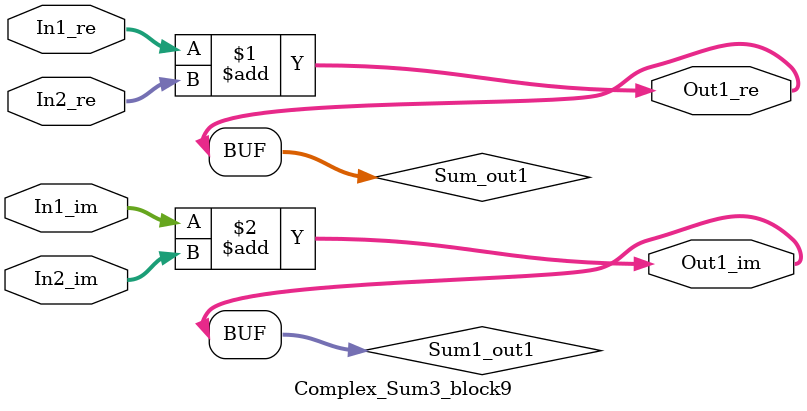
<source format=v>



`timescale 1 ns / 1 ns

module Complex_Sum3_block9
          (In1_re,
           In1_im,
           In2_re,
           In2_im,
           Out1_re,
           Out1_im);


  input   signed [36:0] In1_re;  // sfix37_En22
  input   signed [36:0] In1_im;  // sfix37_En22
  input   signed [36:0] In2_re;  // sfix37_En22
  input   signed [36:0] In2_im;  // sfix37_En22
  output  signed [36:0] Out1_re;  // sfix37_En22
  output  signed [36:0] Out1_im;  // sfix37_En22


  wire signed [36:0] Sum_out1;  // sfix37_En22
  wire signed [36:0] Sum1_out1;  // sfix37_En22


  assign Sum_out1 = In1_re + In2_re;



  assign Out1_re = Sum_out1;

  assign Sum1_out1 = In1_im + In2_im;



  assign Out1_im = Sum1_out1;

endmodule  // Complex_Sum3_block9


</source>
